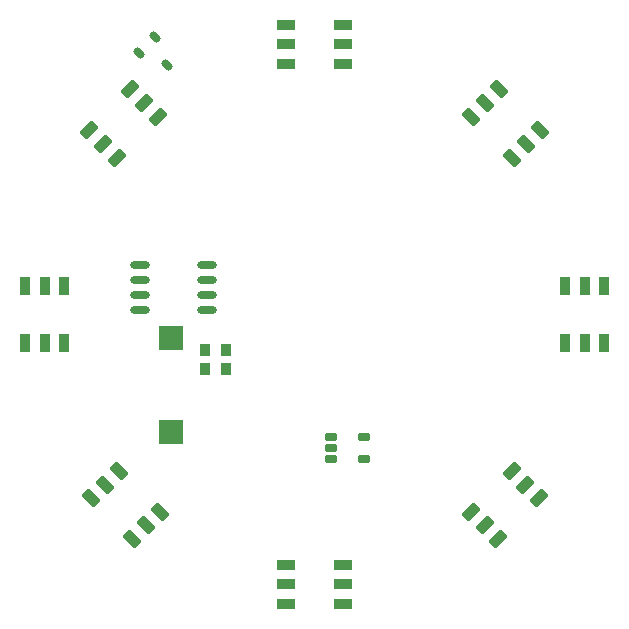
<source format=gtp>
G04 Layer_Color=9021481*
%FSLAX25Y25*%
%MOIN*%
G70*
G01*
G75*
G04:AMPARAMS|DCode=11|XSize=23.62mil|YSize=39.37mil|CornerRadius=5.91mil|HoleSize=0mil|Usage=FLASHONLY|Rotation=45.000|XOffset=0mil|YOffset=0mil|HoleType=Round|Shape=RoundedRectangle|*
%AMROUNDEDRECTD11*
21,1,0.02362,0.02756,0,0,45.0*
21,1,0.01181,0.03937,0,0,45.0*
1,1,0.01181,0.01392,-0.00557*
1,1,0.01181,0.00557,-0.01392*
1,1,0.01181,-0.01392,0.00557*
1,1,0.01181,-0.00557,0.01392*
%
%ADD11ROUNDEDRECTD11*%
%ADD12R,0.03740X0.03937*%
%ADD13R,0.07874X0.07874*%
G04:AMPARAMS|DCode=14|XSize=59.05mil|YSize=35.43mil|CornerRadius=1.95mil|HoleSize=0mil|Usage=FLASHONLY|Rotation=180.000|XOffset=0mil|YOffset=0mil|HoleType=Round|Shape=RoundedRectangle|*
%AMROUNDEDRECTD14*
21,1,0.05905,0.03154,0,0,180.0*
21,1,0.05516,0.03543,0,0,180.0*
1,1,0.00390,-0.02758,0.01577*
1,1,0.00390,0.02758,0.01577*
1,1,0.00390,0.02758,-0.01577*
1,1,0.00390,-0.02758,-0.01577*
%
%ADD14ROUNDEDRECTD14*%
G04:AMPARAMS|DCode=15|XSize=59.05mil|YSize=35.43mil|CornerRadius=1.95mil|HoleSize=0mil|Usage=FLASHONLY|Rotation=135.000|XOffset=0mil|YOffset=0mil|HoleType=Round|Shape=RoundedRectangle|*
%AMROUNDEDRECTD15*
21,1,0.05905,0.03154,0,0,135.0*
21,1,0.05516,0.03543,0,0,135.0*
1,1,0.00390,-0.00835,0.03065*
1,1,0.00390,0.03065,-0.00835*
1,1,0.00390,0.00835,-0.03065*
1,1,0.00390,-0.03065,0.00835*
%
%ADD15ROUNDEDRECTD15*%
G04:AMPARAMS|DCode=16|XSize=59.05mil|YSize=35.43mil|CornerRadius=1.95mil|HoleSize=0mil|Usage=FLASHONLY|Rotation=90.000|XOffset=0mil|YOffset=0mil|HoleType=Round|Shape=RoundedRectangle|*
%AMROUNDEDRECTD16*
21,1,0.05905,0.03154,0,0,90.0*
21,1,0.05516,0.03543,0,0,90.0*
1,1,0.00390,0.01577,0.02758*
1,1,0.00390,0.01577,-0.02758*
1,1,0.00390,-0.01577,-0.02758*
1,1,0.00390,-0.01577,0.02758*
%
%ADD16ROUNDEDRECTD16*%
G04:AMPARAMS|DCode=17|XSize=59.05mil|YSize=35.43mil|CornerRadius=1.95mil|HoleSize=0mil|Usage=FLASHONLY|Rotation=45.000|XOffset=0mil|YOffset=0mil|HoleType=Round|Shape=RoundedRectangle|*
%AMROUNDEDRECTD17*
21,1,0.05905,0.03154,0,0,45.0*
21,1,0.05516,0.03543,0,0,45.0*
1,1,0.00390,0.03065,0.00835*
1,1,0.00390,-0.00835,-0.03065*
1,1,0.00390,-0.03065,-0.00835*
1,1,0.00390,0.00835,0.03065*
%
%ADD17ROUNDEDRECTD17*%
%ADD18O,0.06496X0.02559*%
G04:AMPARAMS|DCode=19|XSize=23.62mil|YSize=39.37mil|CornerRadius=2.01mil|HoleSize=0mil|Usage=FLASHONLY|Rotation=90.000|XOffset=0mil|YOffset=0mil|HoleType=Round|Shape=RoundedRectangle|*
%AMROUNDEDRECTD19*
21,1,0.02362,0.03535,0,0,90.0*
21,1,0.01961,0.03937,0,0,90.0*
1,1,0.00402,0.01768,0.00980*
1,1,0.00402,0.01768,-0.00980*
1,1,0.00402,-0.01768,-0.00980*
1,1,0.00402,-0.01768,0.00980*
%
%ADD19ROUNDEDRECTD19*%
D11*
X291304Y385985D02*
D03*
X286015Y380696D02*
D03*
X295341Y376659D02*
D03*
D12*
X308000Y281650D02*
D03*
Y275350D02*
D03*
X315000Y281650D02*
D03*
X315000Y275350D02*
D03*
D13*
X296500Y254252D02*
D03*
Y285748D02*
D03*
D14*
X354146Y383504D02*
D03*
X334854D02*
D03*
Y377004D02*
D03*
Y389996D02*
D03*
X354146D02*
D03*
X354146Y377004D02*
D03*
X334854Y203496D02*
D03*
X354146D02*
D03*
Y209996D02*
D03*
Y197004D02*
D03*
X334854D02*
D03*
X334854Y209996D02*
D03*
D15*
X414963Y350322D02*
D03*
X401322Y363963D02*
D03*
X396726Y359367D02*
D03*
X405912Y368553D02*
D03*
X419554Y354912D02*
D03*
X410367Y345726D02*
D03*
X274677Y236818D02*
D03*
X288318Y223177D02*
D03*
X292914Y227773D02*
D03*
X283727Y218586D02*
D03*
X270086Y232227D02*
D03*
X279273Y241414D02*
D03*
D16*
X434504Y283854D02*
D03*
Y303146D02*
D03*
X428004D02*
D03*
X440996D02*
D03*
Y283854D02*
D03*
X428004Y283854D02*
D03*
X254496Y303146D02*
D03*
Y283854D02*
D03*
X260996D02*
D03*
X248004D02*
D03*
Y303146D02*
D03*
X260996Y303146D02*
D03*
D17*
X401182Y223177D02*
D03*
X414823Y236818D02*
D03*
X410227Y241414D02*
D03*
X419414Y232227D02*
D03*
X405773Y218586D02*
D03*
X396586Y227773D02*
D03*
X287678Y363963D02*
D03*
X274037Y350322D02*
D03*
X278633Y345726D02*
D03*
X269446Y354912D02*
D03*
X283087Y368553D02*
D03*
X292274Y359367D02*
D03*
D18*
X286378Y310000D02*
D03*
Y305000D02*
D03*
Y300000D02*
D03*
Y295000D02*
D03*
X308622Y310000D02*
D03*
Y305000D02*
D03*
Y300000D02*
D03*
Y295000D02*
D03*
D19*
X360913Y252740D02*
D03*
X360913Y245260D02*
D03*
X350087Y245260D02*
D03*
Y249000D02*
D03*
X350087Y252740D02*
D03*
M02*

</source>
